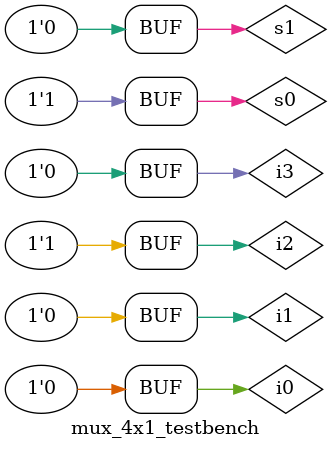
<source format=v>
module mux_4x1_testbench();
	reg i0,i1,i2,i3,s1,s0;
	wire d;
	mux_4x1 my_mux(d,i0,i1,i2,i3,s1,s0);
	initial begin
	i0 = 1'b0; i1 =1'b0; i2 = 1'b0; i3 =1'b1; s0 = 1'b1; s1 =1'b1;
	#20;
	i0 = 1'b1; i1 =1'b0; i2 = 1'b0; i3 =1'b0; s0 = 1'b0; s1 =1'b0;
	#20;
	i0 = 1'b0; i1 =1'b1; i2 = 1'b0; i3 =1'b0; s0 = 1'b0; s1 =1'b1;
	#20;
	i0 = 1'b0; i1 =1'b0; i2 = 1'b1; i3 =1'b0; s0 = 1'b1; s1 =1'b0;
	#20;
	end
	initial begin
	$monitor("time=%2d,i0=%1b,i1=%1b,i2=%1b,i3=%1b,s0=%1b,s1=%1b,result=%1b"
	          ,$time,i0,i1,i2,i3,s0,s1,d);
	end
endmodule
</source>
